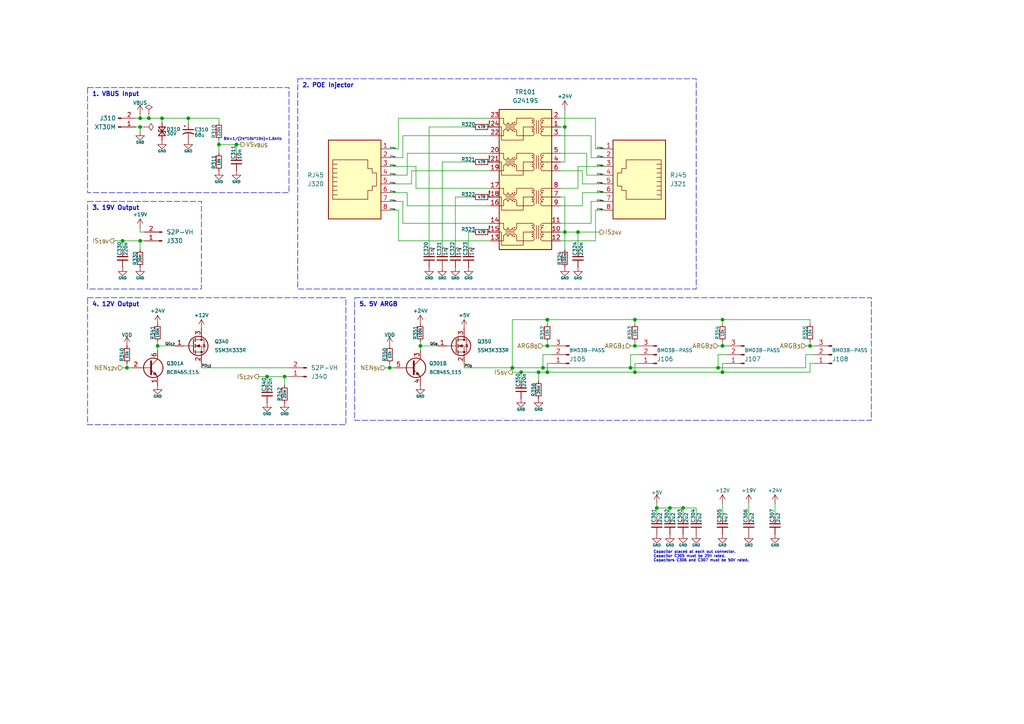
<source format=kicad_sch>
(kicad_sch (version 20250114) (generator "eeschema") (generator_version "9.0")
  (paper "A4")
  (lib_symbols
    (symbol "Bluesat:+19V" (power) (pin_numbers (hide yes)) (pin_names (offset 0) (hide yes))
      (property "Value" "+19V" (at 0 3.556 0))
      (symbol "+19V_1_1"
        (pin power_in line (at 0 0 90) (length 0) (name "~") (number "1"))
      )
    )
    (symbol "Bluesat:C_CompactV" (pin_numbers (hide yes)) (pin_names (offset 0.254) (hide yes))
      (property "Reference" "C" (at -0.889 0.762 90))
      (property "Value" "C_CompactV" (at 0.889 0.762 90))
      (symbol "C_CompactV_1_1"
        (pin passive line (at 0 2.54 270) (length 2.032) (name "~") (number "2"))
        (pin passive line (at 0 -2.54 90) (length 2.032) (name "~") (number "1"))
      )
    )
    (symbol "Bluesat:R_CompactH" (pin_numbers (hide yes)) (pin_names (offset 0.254) (hide yes))
      (property "Reference" "R" (at 1.8415 0.1905 0))
      (property "Value" "R_CompactH" (at 0 0 0))
      (symbol "R_CompactH_1_1"
        (pin passive line (at -2.54 0 0) (length 0.762) (name "~") (number "1"))
        (pin passive line (at 2.54 0 180) (length 0.762) (name "~") (number "2"))
      )
    )
    (symbol "Bluesat:R_CompactV" (pin_numbers (hide yes)) (pin_names (offset 0.254) (hide yes))
      (property "Reference" "R" (at -0.889 0 90))
      (property "Value" "R_CompactV" (at 0 0 90))
      (symbol "R_CompactV_1_1"
        (pin passive line (at 0 2.54 270) (length 0.762) (name "~") (number "1"))
        (pin passive line (at 0 -2.54 90) (length 0.762) (name "~") (number "2"))
      )
    )
    (symbol "Connector:Conn_01x02_Pin" (pin_names (offset 1.016) (hide yes))
      (property "Reference" "J" (at 0 2.54 0))
      (property "Value" "Conn_01x02_Pin" (at 0 -5.08 0))
      (symbol "Conn_01x02_Pin_1_1"
        (pin passive line (at 5.08 0 180) (length 3.81) (name "Pin_1") (number "1"))
        (pin passive line (at 5.08 -2.54 180) (length 3.81) (name "Pin_2") (number "2"))
      )
    )
    (symbol "Connector:Conn_01x03_Pin" (pin_names (offset 1.016) (hide yes))
      (property "Reference" "J" (at 0 5.08 0))
      (property "Value" "Conn_01x03_Pin" (at 0 -5.08 0))
      (symbol "Conn_01x03_Pin_1_1"
        (pin passive line (at 5.08 2.54 180) (length 3.81) (name "Pin_1") (number "1"))
        (pin passive line (at 5.08 0 180) (length 3.81) (name "Pin_2") (number "2"))
        (pin passive line (at 5.08 -2.54 180) (length 3.81) (name "Pin_3") (number "3"))
      )
    )
    (symbol "Connector:RJ45" (pin_names (offset 1.016))
      (property "Reference" "J" (at -5.08 13.97 0))
      (property "Value" "RJ45" (at 2.54 13.97 0))
      (symbol "RJ45_1_1"
        (pin passive line (at 10.16 10.16 180) (length 2.54) (name "~") (number "8"))
        (pin passive line (at 10.16 7.62 180) (length 2.54) (name "~") (number "7"))
        (pin passive line (at 10.16 5.08 180) (length 2.54) (name "~") (number "6"))
        (pin passive line (at 10.16 2.54 180) (length 2.54) (name "~") (number "5"))
        (pin passive line (at 10.16 0 180) (length 2.54) (name "~") (number "4"))
        (pin passive line (at 10.16 -2.54 180) (length 2.54) (name "~") (number "3"))
        (pin passive line (at 10.16 -5.08 180) (length 2.54) (name "~") (number "2"))
        (pin passive line (at 10.16 -7.62 180) (length 2.54) (name "~") (number "1"))
      )
    )
    (symbol "Device:C_Polarized_Small_US" (pin_numbers (hide yes)) (pin_names (offset 0.254) (hide yes))
      (property "Reference" "C" (at 0.254 1.778 0))
      (property "Value" "C_Polarized_Small_US" (at 0.254 -2.032 0))
      (symbol "C_Polarized_Small_US_1_1"
        (pin passive line (at 0 2.54 270) (length 2.032) (name "~") (number "1"))
        (pin passive line (at 0 -2.54 90) (length 2.032) (name "~") (number "2"))
      )
    )
    (symbol "Device:D_TVS_Small" (pin_numbers (hide yes)) (pin_names (offset 1.016) (hide yes))
      (property "Reference" "D" (at 0 2.54 0))
      (property "Value" "D_TVS_Small" (at 0 -2.54 0))
      (symbol "D_TVS_Small_1_1"
        (pin passive line (at -2.54 0 0) (length 1.27) (name "A1") (number "1"))
        (pin passive line (at 2.54 0 180) (length 1.27) (name "A2") (number "2"))
      )
    )
    (symbol "Transformer:30F-51NL" (pin_names (offset 1.016) (hide yes))
      (property "Reference" "TR" (at -6.35 21.59 0))
      (property "Value" "30F-51NL" (at 2.54 21.59 0))
      (symbol "30F-51NL_0_1"
        (pin passive line (at -10.16 17.78 0) (length 2.54) (name "TD1+") (number "2"))
        (pin passive line (at -10.16 15.24 0) (length 2.54) (name "CT") (number "1"))
        (pin passive line (at -10.16 12.7 0) (length 2.54) (name "TD1-") (number "3"))
        (pin passive line (at -10.16 7.62 0) (length 2.54) (name "TD2+") (number "5"))
        (pin passive line (at -10.16 5.08 0) (length 2.54) (name "CT") (number "4"))
        (pin passive line (at -10.16 2.54 0) (length 2.54) (name "TD2-") (number "6"))
        (pin passive line (at -10.16 -2.54 0) (length 2.54) (name "TD3+") (number "8"))
        (pin passive line (at -10.16 -5.08 0) (length 2.54) (name "CT") (number "7"))
        (pin passive line (at -10.16 -7.62 0) (length 2.54) (name "TD3-") (number "9"))
        (pin passive line (at -10.16 -12.7 0) (length 2.54) (name "TD4+") (number "11"))
        (pin passive line (at -10.16 -15.24 0) (length 2.54) (name "CT") (number "10"))
        (pin passive line (at -10.16 -17.78 0) (length 2.54) (name "TD4-") (number "12"))
        (pin passive line (at 10.16 17.78 180) (length 2.54) (name "MX1+") (number "23"))
        (pin passive line (at 10.16 15.24 180) (length 2.54) (name "CT") (number "24"))
        (pin passive line (at 10.16 12.7 180) (length 2.54) (name "MX1-") (number "22"))
        (pin passive line (at 10.16 7.62 180) (length 2.54) (name "MX2+") (number "20"))
        (pin passive line (at 10.16 5.08 180) (length 2.54) (name "CT") (number "21"))
        (pin passive line (at 10.16 2.54 180) (length 2.54) (name "MX2-") (number "19"))
        (pin passive line (at 10.16 -2.54 180) (length 2.54) (name "MX3+") (number "17"))
        (pin passive line (at 10.16 -5.08 180) (length 2.54) (name "CT") (number "18"))
        (pin passive line (at 10.16 -7.62 180) (length 2.54) (name "MX3-") (number "16"))
        (pin passive line (at 10.16 -12.7 180) (length 2.54) (name "MX4+") (number "14"))
        (pin passive line (at 10.16 -15.24 180) (length 2.54) (name "CT") (number "15"))
        (pin passive line (at 10.16 -17.78 180) (length 2.54) (name "MX4-") (number "13"))
      )
    )
    (symbol "Transistor_BJT:Q_Dual_NPN_NPN_E1B1C2E2B2C1" (pin_names (offset 0) (hide yes))
      (property "Reference" "Q" (at 5.08 1.27 0))
      (property "Value" "Q_Dual_NPN_NPN_E1B1C2E2B2C1" (at 5.08 -1.27 0))
      (symbol "Q_Dual_NPN_NPN_E1B1C2E2B2C1_1_1"
        (pin input line (at -5.08 0 0) (length 2.54) (name "B1") (number "2"))
        (pin passive line (at 2.54 5.08 270) (length 2.54) (name "C1") (number "6"))
        (pin passive line (at 2.54 -5.08 90) (length 2.54) (name "E1") (number "1"))
      )
      (symbol "Q_Dual_NPN_NPN_E1B1C2E2B2C1_2_1"
        (pin input line (at -5.08 0 0) (length 2.54) (name "B2") (number "5"))
        (pin passive line (at 2.54 5.08 270) (length 2.54) (name "C2") (number "3"))
        (pin passive line (at 2.54 -5.08 90) (length 2.54) (name "E2") (number "4"))
      )
    )
    (symbol "Transistor_FET:Q_NMOS_GSD" (pin_names (offset 0) (hide yes))
      (property "Reference" "Q" (at 5.08 1.905 0))
      (property "Value" "Q_NMOS_GSD" (at 5.08 0 0))
      (symbol "Q_NMOS_GSD_1_1"
        (pin input line (at -5.08 0 0) (length 2.54) (name "G") (number "1"))
        (pin passive line (at 2.54 5.08 270) (length 2.54) (name "D") (number "3"))
        (pin passive line (at 2.54 -5.08 90) (length 2.54) (name "S") (number "2"))
      )
    )
    (symbol "power:+12V" (power) (pin_numbers (hide yes)) (pin_names (offset 0) (hide yes))
      (property "Value" "+12V" (at 0 3.556 0))
      (symbol "+12V_1_1"
        (pin power_in line (at 0 0 90) (length 0) (name "~") (number "1"))
      )
    )
    (symbol "power:+24V" (power) (pin_numbers (hide yes)) (pin_names (offset 0) (hide yes))
      (property "Value" "+24V" (at 0 3.556 0))
      (symbol "+24V_1_1"
        (pin power_in line (at 0 0 90) (length 0) (name "~") (number "1"))
      )
    )
    (symbol "power:+5V" (power) (pin_numbers (hide yes)) (pin_names (offset 0) (hide yes))
      (property "Value" "+5V" (at 0 3.556 0))
      (symbol "+5V_1_1"
        (pin power_in line (at 0 0 90) (length 0) (name "~") (number "1"))
      )
    )
    (symbol "power:GND" (power) (pin_numbers (hide yes)) (pin_names (offset 0) (hide yes))
      (property "Value" "GND" (at 0 -3.81 0))
      (symbol "GND_1_1"
        (pin power_in line (at 0 0 270) (length 0) (name "~") (number "1"))
      )
    )
    (symbol "power:PWR_FLAG" (power) (pin_numbers (hide yes)) (pin_names (offset 0) (hide yes))
      (property "Value" "PWR_FLAG" (at 0 3.81 0))
      (symbol "PWR_FLAG_0_0"
        (pin power_out line (at 0 0 90) (length 0) (name "~") (number "1"))
      )
    )
    (symbol "power:VBUS" (power) (pin_numbers (hide yes)) (pin_names (offset 0) (hide yes))
      (property "Value" "VBUS" (at 0 3.556 0))
      (symbol "VBUS_1_1"
        (pin power_in line (at 0 0 90) (length 0) (name "~") (number "1"))
      )
    )
    (symbol "power:VDD" (power) (pin_numbers (hide yes)) (pin_names (offset 0) (hide yes))
      (property "Value" "VDD" (at 0 3.556 0))
      (symbol "VDD_1_1"
        (pin power_in line (at 0 0 90) (length 0) (name "~") (number "1"))
      )
    )
  )
  (rectangle (start 102.87 86.36) (end 252.73 121.92) (stroke (width 0) (type dash)))
  (rectangle (start 25.4 58.42) (end 58.42 83.82) (stroke (width 0) (type dash)))
  (rectangle (start 86.36 22.86) (end 201.93 83.82) (stroke (width 0) (type dash)))
  (rectangle (start 25.4 86.36) (end 100.33 123.19) (stroke (width 0) (type dash)))
  (rectangle (start 25.4 25.4) (end 83.82 55.88) (stroke (width 0) (type dash)))
  (text "Capacitor placed at each out connector.\nCapacitor C305 must be 25V rated.\nCapacitors C306 and C307 must be 50V rated." (at 189.484 159.766 0) (effects (font (size 0.762 0.762)) (justify left top)))
  (text "1. VBUS Input" (at 26.67 26.67 0) (effects (font (size 1.27 1.27) (thickness 0.254) (bold yes)) (justify left top)))
  (text "4. 12V Output" (at 26.67 87.63 0) (effects (font (size 1.27 1.27) (thickness 0.254) (bold yes)) (justify left top)))
  (text "3. 19V Output" (at 26.67 59.69 0) (effects (font (size 1.27 1.27) (thickness 0.254) (bold yes)) (justify left top)))
  (text "BW=1/(2π*10k*10n)=1.6kHz" (at 64.77 40.005 0) (effects (font (size 0.762 0.762)) (justify left top)))
  (text "5. 5V ARGB" (at 104.14 87.63 0) (effects (font (size 1.27 1.27) (thickness 0.254) (bold yes)) (justify left top)))
  (text "2. POE Injector" (at 87.63 24.13 0) (effects (font (size 1.27 1.27) (thickness 0.254) (bold yes)) (justify left top)))
  (junction (at 54.61 34.29))
  (junction (at 209.55 92.71))
  (junction (at 156.21 107.95))
  (junction (at 63.5 41.91))
  (junction (at 198.12 147.32))
  (junction (at 184.15 100.33))
  (junction (at 209.55 107.95))
  (junction (at 184.15 92.71))
  (junction (at 40.64 69.85))
  (junction (at 77.47 109.22))
  (junction (at 40.64 36.83))
  (junction (at 158.75 92.71))
  (junction (at 182.88 106.68))
  (junction (at 194.31 147.32))
  (junction (at 113.03 106.68))
  (junction (at 151.13 107.95))
  (junction (at 157.48 106.68))
  (junction (at 36.83 106.68))
  (junction (at 82.55 109.22))
  (junction (at 167.64 67.31))
  (junction (at 163.83 67.31))
  (junction (at 35.56 69.85))
  (junction (at 68.58 41.91))
  (junction (at 46.99 34.29))
  (junction (at 158.75 100.33))
  (junction (at 208.28 106.68))
  (junction (at 163.83 36.83))
  (junction (at 209.55 100.33))
  (junction (at 121.92 100.33))
  (junction (at 45.72 100.33))
  (junction (at 148.59 106.68))
  (junction (at 190.5 147.32))
  (junction (at 184.15 107.95))
  (junction (at 40.64 34.29))
  (junction (at 43.18 34.29))
  (junction (at 234.95 100.33))
  (junction (at 158.75 107.95))
  (wire (pts (xy 175.26 43.18) (xy 172.72 43.18)))
  (wire (pts (xy 236.22 105.41) (xy 234.95 105.41)))
  (wire (pts (xy 234.95 92.71) (xy 209.55 92.71)))
  (wire (pts (xy 45.72 100.33) (xy 45.72 101.6)))
  (wire (pts (xy 128.27 46.99) (xy 128.27 72.39)))
  (wire (pts (xy 172.72 43.18) (xy 172.72 34.29)))
  (wire (pts (xy 113.03 105.41) (xy 113.03 106.68)))
  (wire (pts (xy 58.42 106.68) (xy 58.42 105.41)))
  (wire (pts (xy 40.64 69.85) (xy 40.64 72.39)))
  (wire (pts (xy 63.5 40.64) (xy 63.5 41.91)))
  (wire (pts (xy 208.28 106.68) (xy 233.68 106.68)))
  (wire (pts (xy 158.75 100.33) (xy 160.02 100.33)))
  (wire (pts (xy 234.95 105.41) (xy 234.95 107.95)))
  (wire (pts (xy 115.57 34.29) (xy 142.24 34.29)))
  (wire (pts (xy 137.16 36.83) (xy 124.46 36.83)))
  (wire (pts (xy 236.22 102.87) (xy 233.68 102.87)))
  (wire (pts (xy 33.02 69.85) (xy 35.56 69.85)))
  (wire (pts (xy 120.65 48.26) (xy 120.65 54.61)))
  (wire (pts (xy 116.84 39.37) (xy 116.84 45.72)))
  (wire (pts (xy 182.88 102.87) (xy 182.88 106.68)))
  (wire (pts (xy 194.31 147.32) (xy 194.31 149.86)))
  (wire (pts (xy 158.75 92.71) (xy 158.75 93.98)))
  (wire (pts (xy 167.64 48.26) (xy 167.64 54.61)))
  (wire (pts (xy 171.45 45.72) (xy 175.26 45.72)))
  (wire (pts (xy 118.11 44.45) (xy 142.24 44.45)))
  (wire (pts (xy 36.83 105.41) (xy 36.83 106.68)))
  (wire (pts (xy 43.18 33.02) (xy 43.18 34.29)))
  (wire (pts (xy 113.03 43.18) (xy 115.57 43.18)))
  (wire (pts (xy 113.03 50.8) (xy 118.11 50.8)))
  (wire (pts (xy 134.62 106.68) (xy 134.62 105.41)))
  (wire (pts (xy 224.79 146.05) (xy 224.79 149.86)))
  (wire (pts (xy 171.45 39.37) (xy 171.45 45.72)))
  (wire (pts (xy 167.64 72.39) (xy 167.64 67.31)))
  (wire (pts (xy 198.12 149.86) (xy 198.12 147.32)))
  (wire (pts (xy 210.82 102.87) (xy 208.28 102.87)))
  (wire (pts (xy 170.18 44.45) (xy 162.56 44.45)))
  (wire (pts (xy 157.48 106.68) (xy 148.59 106.68)))
  (wire (pts (xy 185.42 102.87) (xy 182.88 102.87)))
  (wire (pts (xy 36.83 106.68) (xy 38.1 106.68)))
  (wire (pts (xy 54.61 34.29) (xy 54.61 35.56)))
  (wire (pts (xy 41.91 69.85) (xy 40.64 69.85)))
  (wire (pts (xy 208.28 100.33) (xy 209.55 100.33)))
  (wire (pts (xy 234.95 100.33) (xy 236.22 100.33)))
  (wire (pts (xy 39.37 36.83) (xy 40.64 36.83)))
  (wire (pts (xy 184.15 100.33) (xy 185.42 100.33)))
  (wire (pts (xy 132.08 57.15) (xy 132.08 72.39)))
  (wire (pts (xy 209.55 99.06) (xy 209.55 100.33)))
  (wire (pts (xy 162.56 57.15) (xy 163.83 57.15)))
  (wire (pts (xy 158.75 92.71) (xy 148.59 92.71)))
  (wire (pts (xy 234.95 99.06) (xy 234.95 100.33)))
  (wire (pts (xy 35.56 69.85) (xy 40.64 69.85)))
  (wire (pts (xy 168.91 55.88) (xy 168.91 59.69)))
  (wire (pts (xy 172.72 60.96) (xy 175.26 60.96)))
  (wire (pts (xy 54.61 34.29) (xy 63.5 34.29)))
  (wire (pts (xy 74.93 109.22) (xy 77.47 109.22)))
  (wire (pts (xy 115.57 69.85) (xy 115.57 60.96)))
  (wire (pts (xy 175.26 53.34) (xy 168.91 53.34)))
  (wire (pts (xy 163.83 31.75) (xy 163.83 36.83)))
  (wire (pts (xy 209.55 105.41) (xy 209.55 107.95)))
  (wire (pts (xy 182.88 100.33) (xy 184.15 100.33)))
  (wire (pts (xy 113.03 48.26) (xy 120.65 48.26)))
  (wire (pts (xy 156.21 107.95) (xy 156.21 110.49)))
  (wire (pts (xy 46.99 34.29) (xy 54.61 34.29)))
  (wire (pts (xy 113.03 55.88) (xy 118.11 55.88)))
  (wire (pts (xy 119.38 53.34) (xy 119.38 49.53)))
  (wire (pts (xy 163.83 36.83) (xy 163.83 46.99)))
  (wire (pts (xy 40.64 36.83) (xy 41.91 36.83)))
  (wire (pts (xy 170.18 50.8) (xy 170.18 44.45)))
  (wire (pts (xy 113.03 106.68) (xy 114.3 106.68)))
  (wire (pts (xy 167.64 67.31) (xy 173.99 67.31)))
  (wire (pts (xy 162.56 39.37) (xy 171.45 39.37)))
  (wire (pts (xy 209.55 92.71) (xy 184.15 92.71)))
  (wire (pts (xy 184.15 92.71) (xy 184.15 93.98)))
  (wire (pts (xy 68.58 41.91) (xy 68.58 44.45)))
  (wire (pts (xy 167.64 54.61) (xy 162.56 54.61)))
  (wire (pts (xy 157.48 106.68) (xy 182.88 106.68)))
  (wire (pts (xy 77.47 111.76) (xy 77.47 109.22)))
  (wire (pts (xy 171.45 64.77) (xy 171.45 58.42)))
  (wire (pts (xy 172.72 69.85) (xy 172.72 60.96)))
  (wire (pts (xy 120.65 54.61) (xy 142.24 54.61)))
  (wire (pts (xy 217.17 146.05) (xy 217.17 149.86)))
  (wire (pts (xy 148.59 92.71) (xy 148.59 106.68)))
  (wire (pts (xy 148.59 106.68) (xy 134.62 106.68)))
  (wire (pts (xy 163.83 67.31) (xy 163.83 72.39)))
  (wire (pts (xy 115.57 43.18) (xy 115.57 34.29)))
  (wire (pts (xy 209.55 92.71) (xy 209.55 93.98)))
  (wire (pts (xy 168.91 49.53) (xy 162.56 49.53)))
  (wire (pts (xy 209.55 107.95) (xy 234.95 107.95)))
  (wire (pts (xy 45.72 100.33) (xy 50.8 100.33)))
  (wire (pts (xy 175.26 55.88) (xy 168.91 55.88)))
  (wire (pts (xy 182.88 106.68) (xy 208.28 106.68)))
  (wire (pts (xy 45.72 99.06) (xy 45.72 100.33)))
  (wire (pts (xy 172.72 34.29) (xy 162.56 34.29)))
  (wire (pts (xy 160.02 105.41) (xy 158.75 105.41)))
  (wire (pts (xy 162.56 69.85) (xy 172.72 69.85)))
  (wire (pts (xy 111.76 106.68) (xy 113.03 106.68)))
  (wire (pts (xy 184.15 92.71) (xy 158.75 92.71)))
  (wire (pts (xy 35.56 106.68) (xy 36.83 106.68)))
  (wire (pts (xy 40.64 67.31) (xy 40.64 66.04)))
  (wire (pts (xy 118.11 59.69) (xy 142.24 59.69)))
  (wire (pts (xy 198.12 147.32) (xy 194.31 147.32)))
  (wire (pts (xy 39.37 34.29) (xy 40.64 34.29)))
  (wire (pts (xy 151.13 107.95) (xy 156.21 107.95)))
  (wire (pts (xy 158.75 107.95) (xy 184.15 107.95)))
  (wire (pts (xy 209.55 100.33) (xy 210.82 100.33)))
  (wire (pts (xy 168.91 59.69) (xy 162.56 59.69)))
  (wire (pts (xy 185.42 105.41) (xy 184.15 105.41)))
  (wire (pts (xy 43.18 34.29) (xy 46.99 34.29)))
  (wire (pts (xy 162.56 67.31) (xy 163.83 67.31)))
  (wire (pts (xy 184.15 107.95) (xy 209.55 107.95)))
  (wire (pts (xy 116.84 45.72) (xy 113.03 45.72)))
  (wire (pts (xy 116.84 64.77) (xy 142.24 64.77)))
  (wire (pts (xy 40.64 34.29) (xy 43.18 34.29)))
  (wire (pts (xy 41.91 67.31) (xy 40.64 67.31)))
  (wire (pts (xy 156.21 107.95) (xy 158.75 107.95)))
  (wire (pts (xy 63.5 41.91) (xy 63.5 44.45)))
  (wire (pts (xy 162.56 64.77) (xy 171.45 64.77)))
  (wire (pts (xy 113.03 53.34) (xy 119.38 53.34)))
  (wire (pts (xy 163.83 57.15) (xy 163.83 67.31)))
  (wire (pts (xy 168.91 53.34) (xy 168.91 49.53)))
  (wire (pts (xy 190.5 146.05) (xy 190.5 147.32)))
  (wire (pts (xy 116.84 39.37) (xy 142.24 39.37)))
  (wire (pts (xy 118.11 50.8) (xy 118.11 44.45)))
  (wire (pts (xy 201.93 149.86) (xy 201.93 147.32)))
  (wire (pts (xy 124.46 36.83) (xy 124.46 72.39)))
  (wire (pts (xy 63.5 35.56) (xy 63.5 34.29)))
  (wire (pts (xy 116.84 64.77) (xy 116.84 58.42)))
  (wire (pts (xy 128.27 46.99) (xy 137.16 46.99)))
  (wire (pts (xy 201.93 147.32) (xy 198.12 147.32)))
  (wire (pts (xy 184.15 99.06) (xy 184.15 100.33)))
  (wire (pts (xy 158.75 105.41) (xy 158.75 107.95)))
  (wire (pts (xy 151.13 110.49) (xy 151.13 107.95)))
  (wire (pts (xy 175.26 48.26) (xy 167.64 48.26)))
  (wire (pts (xy 171.45 58.42) (xy 175.26 58.42)))
  (wire (pts (xy 209.55 146.05) (xy 209.55 149.86)))
  (wire (pts (xy 115.57 60.96) (xy 113.03 60.96)))
  (wire (pts (xy 233.68 102.87) (xy 233.68 106.68)))
  (wire (pts (xy 82.55 109.22) (xy 82.55 111.76)))
  (wire (pts (xy 160.02 102.87) (xy 157.48 102.87)))
  (wire (pts (xy 234.95 93.98) (xy 234.95 92.71)))
  (wire (pts (xy 46.99 34.29) (xy 46.99 35.56)))
  (wire (pts (xy 135.89 67.31) (xy 135.89 72.39)))
  (wire (pts (xy 58.42 106.68) (xy 83.82 106.68)))
  (wire (pts (xy 116.84 58.42) (xy 113.03 58.42)))
  (wire (pts (xy 118.11 55.88) (xy 118.11 59.69)))
  (wire (pts (xy 40.64 36.83) (xy 40.64 38.1)))
  (wire (pts (xy 40.64 33.02) (xy 40.64 34.29)))
  (wire (pts (xy 119.38 49.53) (xy 142.24 49.53)))
  (wire (pts (xy 115.57 69.85) (xy 142.24 69.85)))
  (wire (pts (xy 157.48 102.87) (xy 157.48 106.68)))
  (wire (pts (xy 194.31 147.32) (xy 190.5 147.32)))
  (wire (pts (xy 157.48 100.33) (xy 158.75 100.33)))
  (wire (pts (xy 63.5 41.91) (xy 68.58 41.91)))
  (wire (pts (xy 68.58 41.91) (xy 69.85 41.91)))
  (wire (pts (xy 121.92 100.33) (xy 121.92 101.6)))
  (wire (pts (xy 121.92 100.33) (xy 127 100.33)))
  (wire (pts (xy 167.64 67.31) (xy 163.83 67.31)))
  (wire (pts (xy 158.75 99.06) (xy 158.75 100.33)))
  (wire (pts (xy 77.47 109.22) (xy 82.55 109.22)))
  (wire (pts (xy 162.56 36.83) (xy 163.83 36.83)))
  (wire (pts (xy 208.28 102.87) (xy 208.28 106.68)))
  (wire (pts (xy 233.68 100.33) (xy 234.95 100.33)))
  (wire (pts (xy 210.82 105.41) (xy 209.55 105.41)))
  (wire (pts (xy 83.82 109.22) (xy 82.55 109.22)))
  (wire (pts (xy 184.15 105.41) (xy 184.15 107.95)))
  (wire (pts (xy 148.59 107.95) (xy 151.13 107.95)))
  (wire (pts (xy 121.92 100.33) (xy 121.92 99.06)))
  (wire (pts (xy 35.56 72.39) (xy 35.56 69.85)))
  (wire (pts (xy 175.26 50.8) (xy 170.18 50.8)))
  (wire (pts (xy 162.56 46.99) (xy 163.83 46.99)))
  (wire (pts (xy 132.08 57.15) (xy 137.16 57.15)))
  (wire (pts (xy 190.5 147.32) (xy 190.5 149.86)))
  (wire (pts (xy 135.89 67.31) (xy 137.16 67.31)))
  (label "PO_{12}" (at 58.42 106.68 0) (effects (font (size 0.762 0.762))))
  (label "ETH_{OA-}" (at 175.26 45.72 180) (effects (font (size 0.381 0.381))))
  (label "ETH_{IAM}" (at 142.24 36.83 90) (effects (font (size 0.381 0.381))))
  (label "ETH_{IC+}" (at 113.03 50.8 0) (effects (font (size 0.381 0.381))))
  (label "ETH_{IB-}" (at 113.03 55.88 0) (effects (font (size 0.381 0.381))))
  (label "ETH_{OB-}" (at 175.26 55.88 180) (effects (font (size 0.381 0.381))))
  (label "ETH_{ICT}" (at 128.27 72.39 0) (effects (font (size 0.381 0.381))))
  (label "ETH_{ID-}" (at 113.03 60.96 0) (effects (font (size 0.381 0.381))))
  (label "QG_{5}" (at 127 100.33 180) (effects (font (size 0.762 0.762))))
  (label "ETH_{IC-}" (at 113.03 53.34 0) (effects (font (size 0.381 0.381))))
  (label "ETH_{IAT}" (at 124.46 72.39 0) (effects (font (size 0.381 0.381))))
  (label "ETH_{ICM}" (at 142.24 46.99 90) (effects (font (size 0.381 0.381))))
  (label "ETH_{IBT}" (at 132.08 72.39 0) (effects (font (size 0.381 0.381))))
  (label "ETH_{ID+}" (at 113.03 58.42 0) (effects (font (size 0.381 0.381))))
  (label "ETH_{OA+}" (at 175.26 43.18 180) (effects (font (size 0.381 0.381))))
  (label "PO_{5}" (at 134.62 106.68 0) (effects (font (size 0.762 0.762))))
  (label "ETH_{OC+}" (at 175.26 50.8 180) (effects (font (size 0.381 0.381))))
  (label "ETH_{OD-}" (at 175.26 60.96 180) (effects (font (size 0.381 0.381))))
  (label "ETH_{IA-}" (at 113.03 45.72 0) (effects (font (size 0.381 0.381))))
  (label "QG_{12}" (at 50.8 100.33 180) (effects (font (size 0.762 0.762))))
  (label "ETH_{OD+}" (at 175.26 58.42 180) (effects (font (size 0.381 0.381))))
  (label "ETH_{IA+}" (at 113.03 43.18 0) (effects (font (size 0.381 0.381))))
  (label "ETH_{IDT}" (at 135.89 72.39 0) (effects (font (size 0.381 0.381))))
  (label "ETH_{IBM}" (at 142.24 57.15 90) (effects (font (size 0.381 0.381))))
  (label "ETH_{IB+}" (at 113.03 48.26 0) (effects (font (size 0.381 0.381))))
  (label "ETH_{OB+}" (at 175.26 48.26 180) (effects (font (size 0.381 0.381))))
  (label "ETH_{OC-}" (at 175.26 53.34 180) (effects (font (size 0.381 0.381))))
  (label "ETH_{IDM}" (at 142.24 67.31 90) (effects (font (size 0.381 0.381))))
  (hierarchical_label "ARGB_{3}" (shape input) (at 233.68 100.33 180))
  (hierarchical_label "ARGB_{2}" (shape input) (at 208.28 100.33 180))
  (hierarchical_label "IS_{12V}" (shape output) (at 74.93 109.22 180))
  (hierarchical_label "IS_{19V}" (shape output) (at 33.02 69.85 180))
  (hierarchical_label "ARGB_{1}" (shape input) (at 182.88 100.33 180))
  (hierarchical_label "NEN_{5V}" (shape input) (at 111.76 106.68 180))
  (hierarchical_label "NEN_{12V}" (shape input) (at 35.56 106.68 180))
  (hierarchical_label "IS_{24V}" (shape output) (at 173.99 67.31 0))
  (hierarchical_label "ARGB_{0}" (shape input) (at 157.48 100.33 180))
  (hierarchical_label "IS_{5V}" (shape output) (at 148.59 107.95 180))
  (hierarchical_label "VS_{VBUS}" (shape output) (at 69.85 41.91 0))
  (symbol (lib_id "power:GND") (at 198.12 154.94 0) (unit 1)
    (property "Reference" "#PWR0306" (effects (hide yes)))
    (property "Value" "GND" (at 198.12 158.115 0) (effects (font (size 0.762 0.762))))
    (property "Description" "Power symbol creates a global label with name \"GND\" , ground" (effects (hide yes)))
  )
  (symbol (lib_id "power:GND") (at 40.64 38.1 0) (unit 1)
    (property "Reference" "#PWR0202" (effects (hide yes)))
    (property "Value" "GND" (at 40.64 41.275 0) (effects (font (size 0.762 0.762))))
    (property "Description" "Power symbol creates a global label with name \"GND\" , ground" (effects (hide yes)))
  )
  (symbol (lib_id "Transformer:30F-51NL") (at 152.4 52.07 0) (mirror y) (unit 1)
    (property "Reference" "TR101" (at 152.4 26.67 0))
    (property "Value" "G2419S" (at 152.4 29.21 0))
    (property "Footprint" "Transformer_SMD:Transformer_Ethernet_YDS_30F-51NL_SO-24_7.1x15.1mm" (effects (hide yes)))
    (property "Datasheet" "https://datasheet.lcsc.com/lcsc/1811051610_Shanghai-YDS-Tech-30F-51NL_C123168.pdf" (effects (hide yes)))
    (property "Description" "1CT:1CT 10/100/1000 Base-T Ethernet Transformer, SMD-24" (effects (hide yes)))
  )
  (symbol (lib_id "Bluesat:R_CompactH") (at 139.7 36.83 0) (mirror y) (unit 1)
    (property "Reference" "R320" (at 137.8585 36.6395 0) (effects (font (size 1.016 1.016)) (justify left bottom)))
    (property "Value" "47R" (at 139.7 36.83 0) (effects (font (size 0.762 0.762))))
    (property "Footprint" "Resistor_SMD:R_0402_1005Metric" (effects (hide yes)))
    (property "Description" "Resistor, compact symbol" (effects (hide yes)))
  )
  (symbol (lib_id "power:+12V") (at 209.55 146.05 0) (unit 1)
    (property "Reference" "#PWR0310" (effects (hide yes)))
    (property "Value" "+12V" (at 209.55 142.24 0) (effects (font (size 1.016 1.016))))
    (property "Description" "Power symbol creates a global label with name \"+12V\"" (effects (hide yes)))
  )
  (symbol (lib_id "Connector:Conn_01x02_Pin") (at 88.9 109.22 180) (unit 1)
    (property "Reference" "J340" (at 90.17 109.2201 0) (effects (justify right)))
    (property "Value" "S2P-VH" (at 90.17 106.6801 0) (effects (justify right)))
    (property "Description" "Generic connector, single row, 01x02, script generated" (effects (hide yes)))
  )
  (symbol (lib_id "power:GND") (at 77.47 116.84 0) (unit 1)
    (property "Reference" "#PWR0159" (effects (hide yes)))
    (property "Value" "GND" (at 77.47 120.015 0) (effects (font (size 0.762 0.762))))
    (property "Description" "Power symbol creates a global label with name \"GND\" , ground" (effects (hide yes)))
  )
  (symbol (lib_id "power:GND") (at 217.17 154.94 0) (unit 1)
    (property "Reference" "#PWR0309" (effects (hide yes)))
    (property "Value" "GND" (at 217.17 158.115 0) (effects (font (size 0.762 0.762))))
    (property "Description" "Power symbol creates a global label with name \"GND\" , ground" (effects (hide yes)))
  )
  (symbol (lib_id "Bluesat:C_CompactV") (at 190.5 152.4 0) (unit 1)
    (property "Reference" "C301" (at 189.611 151.638 90) (effects (font (size 1.016 1.016)) (justify left)))
    (property "Value" "2u2" (at 191.389 151.638 90) (effects (font (size 1.016 1.016)) (justify left)))
    (property "Footprint" "Capacitor_SMD:C_0603_1608Metric" (effects (hide yes)))
    (property "Description" "Unpolarized capacitor, compact symbol" (effects (hide yes)))
  )
  (symbol (lib_id "power:GND") (at 201.93 154.94 0) (unit 1)
    (property "Reference" "#PWR0307" (effects (hide yes)))
    (property "Value" "GND" (at 201.93 158.115 0) (effects (font (size 0.762 0.762))))
    (property "Description" "Power symbol creates a global label with name \"GND\" , ground" (effects (hide yes)))
  )
  (symbol (lib_id "Bluesat:R_CompactV") (at 113.03 102.87 0) (unit 1)
    (property "Reference" "R350" (at 112.141 102.87 90) (effects (font (size 1.016 1.016)) (justify bottom)))
    (property "Value" "10k" (at 113.03 102.87 90) (effects (font (size 0.762 0.762))))
    (property "Footprint" "Resistor_SMD:R_0402_1005Metric" (effects (hide yes)))
    (property "Description" "Resistor, compact symbol" (effects (hide yes)))
  )
  (symbol (lib_id "Bluesat:C_CompactV") (at 167.64 74.93 0) (unit 1)
    (property "Reference" "C324" (at 166.751 74.168 90) (effects (font (size 1.016 1.016)) (justify left)))
    (property "Value" "220n" (at 168.529 74.168 90) (effects (font (size 1.016 1.016)) (justify left)))
    (property "Footprint" "Capacitor_SMD:C_0402_1005Metric" (effects (hide yes)))
    (property "Description" "Unpolarized capacitor, compact symbol" (effects (hide yes)))
  )
  (symbol (lib_id "Bluesat:C_CompactV") (at 198.12 152.4 0) (unit 1)
    (property "Reference" "C303" (at 197.231 151.638 90) (effects (font (size 1.016 1.016)) (justify left)))
    (property "Value" "2u2" (at 199.009 151.638 90) (effects (font (size 1.016 1.016)) (justify left)))
    (property "Footprint" "Capacitor_SMD:C_0603_1608Metric" (effects (hide yes)))
    (property "Description" "Unpolarized capacitor, compact symbol" (effects (hide yes)))
  )
  (symbol (lib_id "Connector:RJ45") (at 185.42 50.8 180) (unit 1)
    (property "Reference" "J321" (at 194.31 53.3401 0) (effects (justify right)))
    (property "Value" "RJ45" (at 194.31 50.8001 0) (effects (justify right)))
    (property "Description" "RJ connector, 8P8C (8 positions 8 connected)" (effects (hide yes)))
  )
  (symbol (lib_id "Bluesat:C_CompactV") (at 209.55 152.4 0) (unit 1)
    (property "Reference" "C305" (at 208.661 151.638 90) (effects (font (size 1.016 1.016)) (justify left)))
    (property "Value" "4u7" (at 210.439 151.638 90) (effects (font (size 1.016 1.016)) (justify left)))
    (property "Footprint" "Capacitor_SMD:C_1206_3216Metric" (effects (hide yes)))
    (property "Description" "Unpolarized capacitor, compact symbol" (effects (hide yes)))
  )
  (symbol (lib_id "Connector:Conn_01x03_Pin") (at 165.1 102.87 180) (unit 1)
    (property "Reference" "J105" (at 165.1 104.14 0) (effects (justify right)))
    (property "Value" "BM03B-PASS" (at 165.1 101.6 0) (effects (font (size 1.016 1.016)) (justify right)))
    (property "Description" "Generic connector, single row, 01x03, script generated" (effects (hide yes)))
  )
  (symbol (lib_id "power:GND") (at 63.5 49.53 0) (unit 1)
    (property "Reference" "#PWR0204" (effects (hide yes)))
    (property "Value" "GND" (at 63.5 52.705 0) (effects (font (size 0.762 0.762))))
    (property "Description" "Power symbol creates a global label with name \"GND\" , ground" (effects (hide yes)))
  )
  (symbol (lib_id "power:+12V") (at 58.42 95.25 0) (unit 1)
    (property "Reference" "#PWR0173" (effects (hide yes)))
    (property "Value" "+12V" (at 58.42 91.44 0) (effects (font (size 1.016 1.016))))
    (property "Description" "Power symbol creates a global label with name \"+12V\"" (effects (hide yes)))
  )
  (symbol (lib_id "Device:C_Polarized_Small_US") (at 54.61 38.1 0) (unit 1)
    (property "Reference" "C310" (at 56.388 37.592 0) (effects (font (size 1.016 1.016)) (justify left)))
    (property "Value" "68u" (at 56.388 39.116 0) (effects (font (size 1.016 1.016)) (justify left)))
    (property "Footprint" "Capacitor_SMD:CP_Elec_6.3x7.7" (effects (hide yes)))
    (property "Description" "Polarized capacitor, small US symbol" (effects (hide yes)))
  )
  (symbol (lib_id "Bluesat:R_CompactV") (at 36.83 102.87 0) (unit 1)
    (property "Reference" "R340" (at 35.941 102.87 90) (effects (font (size 1.016 1.016)) (justify bottom)))
    (property "Value" "10k" (at 36.83 102.87 90) (effects (font (size 0.762 0.762))))
    (property "Footprint" "Resistor_SMD:R_0402_1005Metric" (effects (hide yes)))
    (property "Description" "Resistor, compact symbol" (effects (hide yes)))
  )
  (symbol (lib_id "power:GND") (at 151.13 115.57 0) (unit 1)
    (property "Reference" "#PWR0162" (effects (hide yes)))
    (property "Value" "GND" (at 151.13 118.745 0) (effects (font (size 0.762 0.762))))
    (property "Description" "Power symbol creates a global label with name \"GND\" , ground" (effects (hide yes)))
  )
  (symbol (lib_id "power:+5V") (at 190.5 146.05 0) (unit 1)
    (property "Reference" "#PWR0304" (effects (hide yes)))
    (property "Value" "+5V" (at 190.5 142.875 0) (effects (font (size 1.016 1.016))))
    (property "Description" "Power symbol creates a global label with name \"+5V\"" (effects (hide yes)))
  )
  (symbol (lib_id "Connector:RJ45") (at 102.87 50.8 0) (mirror x) (unit 1)
    (property "Reference" "J320" (at 93.98 53.3401 0) (effects (justify right)))
    (property "Value" "RJ45" (at 93.98 50.8001 0) (effects (justify right)))
    (property "Description" "RJ connector, 8P8C (8 positions 8 connected)" (effects (hide yes)))
  )
  (symbol (lib_id "Bluesat:R_CompactH") (at 139.7 46.99 0) (mirror y) (unit 1)
    (property "Reference" "R321" (at 137.8585 46.7995 0) (effects (font (size 1.016 1.016)) (justify left bottom)))
    (property "Value" "47R" (at 139.7 46.99 0) (effects (font (size 0.762 0.762))))
    (property "Footprint" "Resistor_SMD:R_0402_1005Metric" (effects (hide yes)))
    (property "Description" "Resistor, compact symbol" (effects (hide yes)))
  )
  (symbol (lib_id "Bluesat:C_CompactV") (at 124.46 74.93 0) (unit 1)
    (property "Reference" "C320" (at 123.571 74.168 90) (effects (font (size 1.016 1.016)) (justify left)))
    (property "Value" "1n" (at 125.349 74.168 90) (effects (font (size 1.016 1.016)) (justify left)))
    (property "Footprint" "Capacitor_SMD:C_0402_1005Metric" (effects (hide yes)))
    (property "Description" "Unpolarized capacitor, compact symbol" (effects (hide yes)))
  )
  (symbol (lib_id "power:GND") (at 156.21 115.57 0) (unit 1)
    (property "Reference" "#PWR0163" (effects (hide yes)))
    (property "Value" "GND" (at 156.21 118.745 0) (effects (font (size 0.762 0.762))))
    (property "Description" "Power symbol creates a global label with name \"GND\" , ground" (effects (hide yes)))
  )
  (symbol (lib_id "power:GND") (at 40.64 77.47 0) (unit 1)
    (property "Reference" "#PWR0156" (effects (hide yes)))
    (property "Value" "GND" (at 40.64 80.645 0) (effects (font (size 0.762 0.762))))
    (property "Description" "Power symbol creates a global label with name \"GND\" , ground" (effects (hide yes)))
  )
  (symbol (lib_id "Bluesat:R_CompactV") (at 156.21 113.03 0) (unit 1)
    (property "Reference" "R356" (at 155.321 113.03 90) (effects (font (size 1.016 1.016)) (justify bottom)))
    (property "Value" "20m" (at 156.21 113.03 90) (effects (font (size 0.762 0.762))))
    (property "Footprint" "Diode_SMD:D_2512_6332Metric" (effects (hide yes)))
    (property "Description" "Resistor, compact symbol" (effects (hide yes)))
  )
  (symbol (lib_id "Bluesat:R_CompactV") (at 163.83 74.93 0) (unit 1)
    (property "Reference" "R324" (at 162.941 74.93 90) (effects (font (size 1.016 1.016)) (justify bottom)))
    (property "Value" "100m" (at 163.83 74.93 90) (effects (font (size 0.762 0.762))))
    (property "Footprint" "Resistor_SMD:R_1206_3216Metric" (effects (hide yes)))
    (property "Description" "Resistor, compact symbol" (effects (hide yes)))
  )
  (symbol (lib_id "Bluesat:R_CompactH") (at 139.7 57.15 0) (mirror y) (unit 1)
    (property "Reference" "R322" (at 137.8585 56.9595 0) (effects (font (size 1.016 1.016)) (justify left bottom)))
    (property "Value" "47R" (at 139.7 57.15 0) (effects (font (size 0.762 0.762))))
    (property "Footprint" "Resistor_SMD:R_0402_1005Metric" (effects (hide yes)))
    (property "Description" "Resistor, compact symbol" (effects (hide yes)))
  )
  (symbol (lib_id "Bluesat:C_CompactV") (at 68.58 46.99 0) (mirror y) (unit 1)
    (property "Reference" "C311" (at 67.691 46.228 90) (effects (font (size 1.016 1.016)) (justify left)))
    (property "Value" "10n" (at 69.469 46.228 90) (effects (font (size 1.016 1.016)) (justify left)))
    (property "Footprint" "Capacitor_SMD:C_0402_1005Metric" (effects (hide yes)))
    (property "Description" "Unpolarized capacitor, compact symbol" (effects (hide yes)))
  )
  (symbol (lib_id "Bluesat:R_CompactV") (at 63.5 46.99 0) (unit 1)
    (property "Reference" "R311" (at 62.611 46.99 90) (effects (font (size 1.016 1.016)) (justify bottom)))
    (property "Value" "10k" (at 63.5 46.99 90) (effects (font (size 0.762 0.762))))
    (property "Footprint" "Resistor_SMD:R_0402_1005Metric" (effects (hide yes)))
    (property "Description" "Resistor, compact symbol" (effects (hide yes)))
  )
  (symbol (lib_id "Connector:Conn_01x03_Pin") (at 241.3 102.87 180) (unit 1)
    (property "Reference" "J108" (at 241.3 104.14 0) (effects (justify right)))
    (property "Value" "BM03B-PASS" (at 241.3 101.6 0) (effects (font (size 1.016 1.016)) (justify right)))
    (property "Description" "Generic connector, single row, 01x03, script generated" (effects (hide yes)))
  )
  (symbol (lib_id "power:GND") (at 35.56 77.47 0) (unit 1)
    (property "Reference" "#PWR0158" (effects (hide yes)))
    (property "Value" "GND" (at 35.56 80.645 0) (effects (font (size 0.762 0.762))))
    (property "Description" "Power symbol creates a global label with name \"GND\" , ground" (effects (hide yes)))
  )
  (symbol (lib_id "power:PWR_FLAG") (at 43.18 33.02 0) (unit 1)
    (property "Reference" "#FLG0201" (effects (hide yes)))
    (property "Value" "PWR_FLAG" (effects (hide yes)))
    (property "Description" "Special symbol for telling ERC where power comes from" (effects (hide yes)))
  )
  (symbol (lib_id "Bluesat:+19V") (at 217.17 146.05 0) (unit 1)
    (property "Reference" "#PWR0311" (effects (hide yes)))
    (property "Value" "+19V" (at 217.17 142.24 0) (effects (font (size 1.016 1.016))))
    (property "Description" "Power symbol creates a global label with name \"+19V\"" (effects (hide yes)))
  )
  (symbol (lib_id "Bluesat:C_CompactV") (at 135.89 74.93 0) (unit 1)
    (property "Reference" "C323" (at 135.001 74.168 90) (effects (font (size 1.016 1.016)) (justify left)))
    (property "Value" "1n" (at 136.779 74.168 90) (effects (font (size 1.016 1.016)) (justify left)))
    (property "Footprint" "Capacitor_SMD:C_0402_1005Metric" (effects (hide yes)))
    (property "Description" "Unpolarized capacitor, compact symbol" (effects (hide yes)))
  )
  (symbol (lib_id "Bluesat:R_CompactV") (at 40.64 74.93 0) (unit 1)
    (property "Reference" "R330" (at 39.751 74.93 90) (effects (font (size 1.016 1.016)) (justify bottom)))
    (property "Value" "20m" (at 40.64 74.93 90) (effects (font (size 0.762 0.762))))
    (property "Footprint" "Diode_SMD:D_2512_6332Metric" (effects (hide yes)))
    (property "Description" "Resistor, compact symbol" (effects (hide yes)))
  )
  (symbol (lib_id "power:+24V") (at 163.83 31.75 0) (unit 1)
    (property "Reference" "#PWR0155" (effects (hide yes)))
    (property "Value" "+24V" (at 163.83 27.94 0) (effects (font (size 1.016 1.016))))
    (property "Description" "Power symbol creates a global label with name \"+24V\"" (effects (hide yes)))
  )
  (symbol (lib_id "Bluesat:C_CompactV") (at 217.17 152.4 0) (unit 1)
    (property "Reference" "C306" (at 216.281 151.638 90) (effects (font (size 1.016 1.016)) (justify left)))
    (property "Value" "2u2" (at 218.059 151.638 90) (effects (font (size 1.016 1.016)) (justify left)))
    (property "Footprint" "Capacitor_SMD:C_1206_3216Metric" (effects (hide yes)))
    (property "Description" "Unpolarized capacitor, compact symbol" (effects (hide yes)))
  )
  (symbol (lib_id "Bluesat:C_CompactV") (at 35.56 74.93 0) (unit 1)
    (property "Reference" "C330" (at 34.671 74.168 90) (effects (font (size 1.016 1.016)) (justify left)))
    (property "Value" "220n" (at 36.449 74.168 90) (effects (font (size 1.016 1.016)) (justify left)))
    (property "Footprint" "Capacitor_SMD:C_0402_1005Metric" (effects (hide yes)))
    (property "Description" "Unpolarized capacitor, compact symbol" (effects (hide yes)))
  )
  (symbol (lib_id "Bluesat:C_CompactV") (at 132.08 74.93 0) (unit 1)
    (property "Reference" "C322" (at 131.191 74.168 90) (effects (font (size 1.016 1.016)) (justify left)))
    (property "Value" "1n" (at 132.969 74.168 90) (effects (font (size 1.016 1.016)) (justify left)))
    (property "Footprint" "Capacitor_SMD:C_0402_1005Metric" (effects (hide yes)))
    (property "Description" "Unpolarized capacitor, compact symbol" (effects (hide yes)))
  )
  (symbol (lib_id "Connector:Conn_01x03_Pin") (at 215.9 102.87 180) (unit 1)
    (property "Reference" "J107" (at 215.9 104.14 0) (effects (justify right)))
    (property "Value" "BM03B-PASS" (at 215.9 101.6 0) (effects (font (size 1.016 1.016)) (justify right)))
    (property "Description" "Generic connector, single row, 01x03, script generated" (effects (hide yes)))
  )
  (symbol (lib_id "Bluesat:C_CompactV") (at 224.79 152.4 0) (unit 1)
    (property "Reference" "C307" (at 223.901 151.638 90) (effects (font (size 1.016 1.016)) (justify left)))
    (property "Value" "2u2" (at 225.679 151.638 90) (effects (font (size 1.016 1.016)) (justify left)))
    (property "Footprint" "Capacitor_SMD:C_1206_3216Metric" (effects (hide yes)))
    (property "Description" "Unpolarized capacitor, compact symbol" (effects (hide yes)))
  )
  (symbol (lib_id "Bluesat:+19V") (at 40.64 66.04 0) (unit 1)
    (property "Reference" "#PWR0161" (effects (hide yes)))
    (property "Value" "+19V" (at 40.64 62.23 0) (effects (font (size 1.016 1.016))))
    (property "Description" "Power symbol creates a global label with name \"+19V\"" (effects (hide yes)))
  )
  (symbol (lib_id "Bluesat:R_CompactH") (at 139.7 67.31 0) (mirror y) (unit 1)
    (property "Reference" "R323" (at 137.8585 67.1195 0) (effects (font (size 1.016 1.016)) (justify left bottom)))
    (property "Value" "47R" (at 139.7 67.31 0) (effects (font (size 0.762 0.762))))
    (property "Footprint" "Resistor_SMD:R_0402_1005Metric" (effects (hide yes)))
    (property "Description" "Resistor, compact symbol" (effects (hide yes)))
  )
  (symbol (lib_id "power:+5V") (at 134.62 95.25 0) (unit 1)
    (property "Reference" "#PWR0168" (effects (hide yes)))
    (property "Value" "+5V" (at 134.62 91.44 0) (effects (font (size 1.016 1.016))))
    (property "Description" "Power symbol creates a global label with name \"+5V\"" (effects (hide yes)))
  )
  (symbol (lib_id "power:+24V") (at 45.72 93.98 0) (unit 1)
    (property "Reference" "#PWR0171" (effects (hide yes)))
    (property "Value" "+24V" (at 45.72 90.17 0) (effects (font (size 1.016 1.016))))
    (property "Description" "Power symbol creates a global label with name \"+24V\"" (effects (hide yes)))
  )
  (symbol (lib_id "Bluesat:C_CompactV") (at 194.31 152.4 0) (unit 1)
    (property "Reference" "C302" (at 193.421 151.638 90) (effects (font (size 1.016 1.016)) (justify left)))
    (property "Value" "2u2" (at 195.199 151.638 90) (effects (font (size 1.016 1.016)) (justify left)))
    (property "Footprint" "Capacitor_SMD:C_0603_1608Metric" (effects (hide yes)))
    (property "Description" "Unpolarized capacitor, compact symbol" (effects (hide yes)))
  )
  (symbol (lib_id "Bluesat:C_CompactV") (at 151.13 113.03 0) (unit 1)
    (property "Reference" "C350" (at 150.241 112.268 90) (effects (font (size 1.016 1.016)) (justify left)))
    (property "Value" "220n" (at 152.019 112.268 90) (effects (font (size 1.016 1.016)) (justify left)))
    (property "Footprint" "Capacitor_SMD:C_0402_1005Metric" (effects (hide yes)))
    (property "Description" "Unpolarized capacitor, compact symbol" (effects (hide yes)))
  )
  (symbol (lib_id "power:GND") (at 124.46 77.47 0) (unit 1)
    (property "Reference" "#PWR0316" (effects (hide yes)))
    (property "Value" "GND" (at 124.46 80.645 0) (effects (font (size 0.762 0.762))))
    (property "Description" "Power symbol creates a global label with name \"GND\" , ground" (effects (hide yes)))
  )
  (symbol (lib_id "Bluesat:C_CompactV") (at 201.93 152.4 0) (unit 1)
    (property "Reference" "C304" (at 201.041 151.638 90) (effects (font (size 1.016 1.016)) (justify left)))
    (property "Value" "2u2" (at 202.819 151.638 90) (effects (font (size 1.016 1.016)) (justify left)))
    (property "Footprint" "Capacitor_SMD:C_0603_1608Metric" (effects (hide yes)))
    (property "Description" "Unpolarized capacitor, compact symbol" (effects (hide yes)))
  )
  (symbol (lib_id "Bluesat:R_CompactV") (at 45.72 96.52 0) (unit 1)
    (property "Reference" "R341" (at 44.831 96.52 90) (effects (font (size 1.016 1.016)) (justify bottom)))
    (property "Value" "100k" (at 45.72 96.52 90) (effects (font (size 0.762 0.762))))
    (property "Footprint" "Resistor_SMD:R_0402_1005Metric" (effects (hide yes)))
    (property "Description" "Resistor, compact symbol" (effects (hide yes)))
  )
  (symbol (lib_id "Transistor_BJT:Q_Dual_NPN_NPN_E1B1C2E2B2C1") (at 119.38 106.68 0) (unit 2)
    (property "Reference" "Q301" (at 124.46 105.4099 0) (effects (font (size 1.016 1.016)) (justify left)))
    (property "Value" "BC846S,115" (at 124.46 107.9499 0) (effects (font (size 1.016 1.016)) (justify left)))
    (property "Footprint" "Package_TO_SOT_SMD:SOT-363_SC-70-6" (effects (hide yes)))
    (property "Description" "Dual NPN transistor, 6 pin package" (effects (hide yes)))
  )
  (symbol (lib_id "power:GND") (at 209.55 154.94 0) (unit 1)
    (property "Reference" "#PWR0308" (effects (hide yes)))
    (property "Value" "GND" (at 209.55 158.115 0) (effects (font (size 0.762 0.762))))
    (property "Description" "Power symbol creates a global label with name \"GND\" , ground" (effects (hide yes)))
  )
  (symbol (lib_id "Bluesat:R_CompactV") (at 121.92 96.52 0) (unit 1)
    (property "Reference" "R351" (at 121.031 96.52 90) (effects (font (size 1.016 1.016)) (justify bottom)))
    (property "Value" "100k" (at 121.92 96.52 90) (effects (font (size 0.762 0.762))))
    (property "Footprint" "Resistor_SMD:R_0402_1005Metric" (effects (hide yes)))
    (property "Description" "Resistor, compact symbol" (effects (hide yes)))
  )
  (symbol (lib_id "Bluesat:R_CompactV") (at 184.15 96.52 0) (unit 1)
    (property "Reference" "R353" (at 183.261 96.52 90) (effects (font (size 1.016 1.016)) (justify bottom)))
    (property "Value" "10k" (at 184.15 96.52 90) (effects (font (size 0.762 0.762))))
    (property "Footprint" "Resistor_SMD:R_0402_1005Metric" (effects (hide yes)))
    (property "Description" "Resistor, compact symbol" (effects (hide yes)))
  )
  (symbol (lib_id "Bluesat:C_CompactV") (at 128.27 74.93 0) (unit 1)
    (property "Reference" "C321" (at 127.381 74.168 90) (effects (font (size 1.016 1.016)) (justify left)))
    (property "Value" "1n" (at 129.159 74.168 90) (effects (font (size 1.016 1.016)) (justify left)))
    (property "Footprint" "Capacitor_SMD:C_0402_1005Metric" (effects (hide yes)))
    (property "Description" "Unpolarized capacitor, compact symbol" (effects (hide yes)))
  )
  (symbol (lib_id "power:VBUS") (at 40.64 33.02 0) (unit 1)
    (property "Reference" "#PWR0201" (effects (hide yes)))
    (property "Value" "VBUS" (at 40.64 29.845 0) (effects (font (size 1.016 1.016))))
    (property "Description" "Power symbol creates a global label with name \"VBUS\"" (effects (hide yes)))
  )
  (symbol (lib_id "Connector:Conn_01x02_Pin") (at 34.29 36.83 0) (mirror x) (unit 1)
    (property "Reference" "J310" (at 33.655 34.29 0) (effects (justify right)))
    (property "Value" "XT30M" (at 33.655 36.83 0) (effects (justify right)))
    (property "Footprint" "Connector_AMASS:AMASS_XT30PW-M_1x02_P2.50mm_Horizontal" (effects (hide yes)))
    (property "Description" "Generic connector, single row, 01x02, script generated" (effects (hide yes)))
  )
  (symbol (lib_id "power:GND") (at 167.64 77.47 0) (unit 1)
    (property "Reference" "#PWR0157" (effects (hide yes)))
    (property "Value" "GND" (at 167.64 80.645 0) (effects (font (size 0.762 0.762))))
    (property "Description" "Power symbol creates a global label with name \"GND\" , ground" (effects (hide yes)))
  )
  (symbol (lib_id "Bluesat:R_CompactV") (at 158.75 96.52 0) (unit 1)
    (property "Reference" "R352" (at 157.861 96.52 90) (effects (font (size 1.016 1.016)) (justify bottom)))
    (property "Value" "10k" (at 158.75 96.52 90) (effects (font (size 0.762 0.762))))
    (property "Footprint" "Resistor_SMD:R_0402_1005Metric" (effects (hide yes)))
    (property "Description" "Resistor, compact symbol" (effects (hide yes)))
  )
  (symbol (lib_id "power:+24V") (at 121.92 93.98 0) (unit 1)
    (property "Reference" "#PWR0169" (effects (hide yes)))
    (property "Value" "+24V" (at 121.92 90.17 0) (effects (font (size 1.016 1.016))))
    (property "Description" "Power symbol creates a global label with name \"+24V\"" (effects (hide yes)))
  )
  (symbol (lib_id "Transistor_BJT:Q_Dual_NPN_NPN_E1B1C2E2B2C1") (at 43.18 106.68 0) (unit 1)
    (property "Reference" "Q301" (at 48.26 105.4099 0) (effects (font (size 1.016 1.016)) (justify left)))
    (property "Value" "BC846S,115" (at 48.26 107.9499 0) (effects (font (size 1.016 1.016)) (justify left)))
    (property "Footprint" "Package_TO_SOT_SMD:SOT-363_SC-70-6" (effects (hide yes)))
    (property "Description" "Dual NPN transistor, 6 pin package" (effects (hide yes)))
  )
  (symbol (lib_id "power:GND") (at 82.55 116.84 0) (unit 1)
    (property "Reference" "#PWR0160" (effects (hide yes)))
    (property "Value" "GND" (at 82.55 120.015 0) (effects (font (size 0.762 0.762))))
    (property "Description" "Power symbol creates a global label with name \"GND\" , ground" (effects (hide yes)))
  )
  (symbol (lib_id "Bluesat:R_CompactV") (at 82.55 114.3 0) (unit 1)
    (property "Reference" "R342" (at 81.661 114.3 90) (effects (font (size 1.016 1.016)) (justify bottom)))
    (property "Value" "20m" (at 82.55 114.3 90) (effects (font (size 0.762 0.762))))
    (property "Footprint" "Diode_SMD:D_2512_6332Metric" (effects (hide yes)))
    (property "Description" "Resistor, compact symbol" (effects (hide yes)))
  )
  (symbol (lib_id "Device:D_TVS_Small") (at 46.99 38.1 90) (unit 1)
    (property "Reference" "D310" (at 48.26 37.465 90) (effects (font (size 1.016 1.016)) (justify right)))
    (property "Value" "30V" (at 48.26 38.735 90) (effects (font (size 1.016 1.016)) (justify right)))
    (property "Footprint" "Diode_SMD:D_SMF" (effects (hide yes)))
    (property "Description" "Bidirectional transient-voltage-suppression diode, small symbol" (effects (hide yes)))
  )
  (symbol (lib_id "power:GND") (at 121.92 111.76 0) (unit 1)
    (property "Reference" "#PWR0170" (effects (hide yes)))
    (property "Value" "GND" (at 121.92 114.935 0) (effects (font (size 0.762 0.762))))
    (property "Description" "Power symbol creates a global label with name \"GND\" , ground" (effects (hide yes)))
  )
  (symbol (lib_id "power:GND") (at 224.79 154.94 0) (unit 1)
    (property "Reference" "#PWR0313" (effects (hide yes)))
    (property "Value" "GND" (at 224.79 158.115 0) (effects (font (size 0.762 0.762))))
    (property "Description" "Power symbol creates a global label with name \"GND\" , ground" (effects (hide yes)))
  )
  (symbol (lib_id "Connector:Conn_01x03_Pin") (at 190.5 102.87 180) (unit 1)
    (property "Reference" "J106" (at 190.5 104.14 0) (effects (justify right)))
    (property "Value" "BM03B-PASS" (at 190.5 101.6 0) (effects (font (size 1.016 1.016)) (justify right)))
    (property "Description" "Generic connector, single row, 01x03, script generated" (effects (hide yes)))
  )
  (symbol (lib_id "power:GND") (at 190.5 154.94 0) (unit 1)
    (property "Reference" "#PWR0303" (effects (hide yes)))
    (property "Value" "GND" (at 190.5 158.115 0) (effects (font (size 0.762 0.762))))
    (property "Description" "Power symbol creates a global label with name \"GND\" , ground" (effects (hide yes)))
  )
  (symbol (lib_id "power:GND") (at 132.08 77.47 0) (unit 1)
    (property "Reference" "#PWR0314" (effects (hide yes)))
    (property "Value" "GND" (at 132.08 80.645 0) (effects (font (size 0.762 0.762))))
    (property "Description" "Power symbol creates a global label with name \"GND\" , ground" (effects (hide yes)))
  )
  (symbol (lib_id "Bluesat:R_CompactV") (at 63.5 38.1 0) (unit 1)
    (property "Reference" "R310" (at 62.611 38.1 90) (effects (font (size 1.016 1.016)) (justify bottom)))
    (property "Value" "220k" (at 63.5 38.1 90) (effects (font (size 0.762 0.762))))
    (property "Footprint" "Resistor_SMD:R_0402_1005Metric" (effects (hide yes)))
    (property "Description" "Resistor, compact symbol" (effects (hide yes)))
  )
  (symbol (lib_id "power:GND") (at 68.58 49.53 0) (unit 1)
    (property "Reference" "#PWR0205" (effects (hide yes)))
    (property "Value" "GND" (at 68.58 52.705 0) (effects (font (size 0.762 0.762))))
    (property "Description" "Power symbol creates a global label with name \"GND\" , ground" (effects (hide yes)))
  )
  (symbol (lib_id "Bluesat:R_CompactV") (at 234.95 96.52 0) (unit 1)
    (property "Reference" "R355" (at 234.061 96.52 90) (effects (font (size 1.016 1.016)) (justify bottom)))
    (property "Value" "10k" (at 234.95 96.52 90) (effects (font (size 0.762 0.762))))
    (property "Footprint" "Resistor_SMD:R_0402_1005Metric" (effects (hide yes)))
    (property "Description" "Resistor, compact symbol" (effects (hide yes)))
  )
  (symbol (lib_id "power:PWR_FLAG") (at 41.91 36.83 270) (unit 1)
    (property "Reference" "#FLG0206" (effects (hide yes)))
    (property "Value" "PWR_FLAG" (effects (hide yes)))
    (property "Description" "Special symbol for telling ERC where power comes from" (effects (hide yes)))
  )
  (symbol (lib_id "power:GND") (at 128.27 77.47 0) (unit 1)
    (property "Reference" "#PWR0315" (effects (hide yes)))
    (property "Value" "GND" (at 128.27 80.645 0) (effects (font (size 0.762 0.762))))
    (property "Description" "Power symbol creates a global label with name \"GND\" , ground" (effects (hide yes)))
  )
  (symbol (lib_id "power:GND") (at 46.99 40.64 0) (unit 1)
    (property "Reference" "#PWR0203" (effects (hide yes)))
    (property "Value" "GND" (at 46.99 43.815 0) (effects (font (size 0.762 0.762))))
    (property "Description" "Power symbol creates a global label with name \"GND\" , ground" (effects (hide yes)))
  )
  (symbol (lib_id "power:GND") (at 194.31 154.94 0) (unit 1)
    (property "Reference" "#PWR0305" (effects (hide yes)))
    (property "Value" "GND" (at 194.31 158.115 0) (effects (font (size 0.762 0.762))))
    (property "Description" "Power symbol creates a global label with name \"GND\" , ground" (effects (hide yes)))
  )
  (symbol (lib_id "Transistor_FET:Q_NMOS_GSD") (at 132.08 100.33 0) (unit 1)
    (property "Reference" "Q350" (at 138.43 99.0599 0) (effects (font (size 1.016 1.016)) (justify left)))
    (property "Value" "SSM3K333R" (at 138.43 101.5999 0) (effects (font (size 1.016 1.016)) (justify left)))
    (property "Footprint" "Package_TO_SOT_SMD:SOT-23" (effects (hide yes)))
    (property "Description" "N-MOSFET transistor, gate/source/drain" (effects (hide yes)))
  )
  (symbol (lib_id "Transistor_FET:Q_NMOS_GSD") (at 55.88 100.33 0) (unit 1)
    (property "Reference" "Q340" (at 62.23 99.0599 0) (effects (font (size 1.016 1.016)) (justify left)))
    (property "Value" "SSM3K333R" (at 62.23 101.5999 0) (effects (font (size 1.016 1.016)) (justify left)))
    (property "Footprint" "Package_TO_SOT_SMD:SOT-23" (effects (hide yes)))
    (property "Description" "N-MOSFET transistor, gate/source/drain" (effects (hide yes)))
  )
  (symbol (lib_id "Bluesat:C_CompactV") (at 77.47 114.3 0) (unit 1)
    (property "Reference" "C340" (at 76.581 113.538 90) (effects (font (size 1.016 1.016)) (justify left)))
    (property "Value" "220n" (at 78.359 113.538 90) (effects (font (size 1.016 1.016)) (justify left)))
    (property "Footprint" "Capacitor_SMD:C_0402_1005Metric" (effects (hide yes)))
    (property "Description" "Unpolarized capacitor, compact symbol" (effects (hide yes)))
  )
  (symbol (lib_id "power:GND") (at 45.72 111.76 0) (unit 1)
    (property "Reference" "#PWR0172" (effects (hide yes)))
    (property "Value" "GND" (at 45.72 114.935 0) (effects (font (size 0.762 0.762))))
    (property "Description" "Power symbol creates a global label with name \"GND\" , ground" (effects (hide yes)))
  )
  (symbol (lib_id "power:GND") (at 163.83 77.47 0) (unit 1)
    (property "Reference" "#PWR0154" (effects (hide yes)))
    (property "Value" "GND" (at 163.83 80.645 0) (effects (font (size 0.762 0.762))))
    (property "Description" "Power symbol creates a global label with name \"GND\" , ground" (effects (hide yes)))
  )
  (symbol (lib_id "power:GND") (at 54.61 40.64 0) (unit 1)
    (property "Reference" "#PWR0121" (effects (hide yes)))
    (property "Value" "GND" (at 54.61 43.815 0) (effects (font (size 0.762 0.762))))
    (property "Description" "Power symbol creates a global label with name \"GND\" , ground" (effects (hide yes)))
  )
  (symbol (lib_id "Connector:Conn_01x02_Pin") (at 46.99 69.85 180) (unit 1)
    (property "Reference" "J330" (at 48.26 69.8501 0) (effects (justify right)))
    (property "Value" "S2P-VH" (at 48.26 67.3101 0) (effects (justify right)))
    (property "Description" "Generic connector, single row, 01x02, script generated" (effects (hide yes)))
  )
  (symbol (lib_id "power:VDD") (at 36.83 100.33 0) (unit 1)
    (property "Reference" "#PWR0301" (effects (hide yes)))
    (property "Value" "VDD" (at 36.83 97.155 0) (effects (font (size 1.016 1.016))))
    (property "Description" "Power symbol creates a global label with name \"VDD\"" (effects (hide yes)))
  )
  (symbol (lib_id "power:+24V") (at 224.79 146.05 0) (unit 1)
    (property "Reference" "#PWR0312" (effects (hide yes)))
    (property "Value" "+24V" (at 224.79 142.24 0) (effects (font (size 1.016 1.016))))
    (property "Description" "Power symbol creates a global label with name \"+24V\"" (effects (hide yes)))
  )
  (symbol (lib_id "power:VDD") (at 113.03 100.33 0) (unit 1)
    (property "Reference" "#PWR0302" (effects (hide yes)))
    (property "Value" "VDD" (at 113.03 97.155 0) (effects (font (size 1.016 1.016))))
    (property "Description" "Power symbol creates a global label with name \"VDD\"" (effects (hide yes)))
  )
  (symbol (lib_id "power:GND") (at 135.89 77.47 0) (unit 1)
    (property "Reference" "#PWR0132" (effects (hide yes)))
    (property "Value" "GND" (at 135.89 80.645 0) (effects (font (size 0.762 0.762))))
    (property "Description" "Power symbol creates a global label with name \"GND\" , ground" (effects (hide yes)))
  )
  (symbol (lib_id "Bluesat:R_CompactV") (at 209.55 96.52 0) (unit 1)
    (property "Reference" "R354" (at 208.661 96.52 90) (effects (font (size 1.016 1.016)) (justify bottom)))
    (property "Value" "10k" (at 209.55 96.52 90) (effects (font (size 0.762 0.762))))
    (property "Footprint" "Resistor_SMD:R_0402_1005Metric" (effects (hide yes)))
    (property "Description" "Resistor, compact symbol" (effects (hide yes)))
  )
)
</source>
